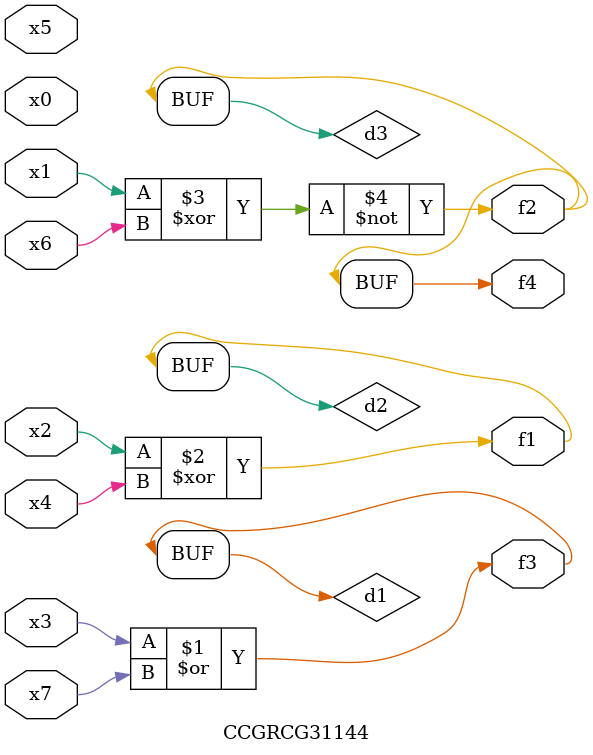
<source format=v>
module CCGRCG31144(
	input x0, x1, x2, x3, x4, x5, x6, x7,
	output f1, f2, f3, f4
);

	wire d1, d2, d3;

	or (d1, x3, x7);
	xor (d2, x2, x4);
	xnor (d3, x1, x6);
	assign f1 = d2;
	assign f2 = d3;
	assign f3 = d1;
	assign f4 = d3;
endmodule

</source>
